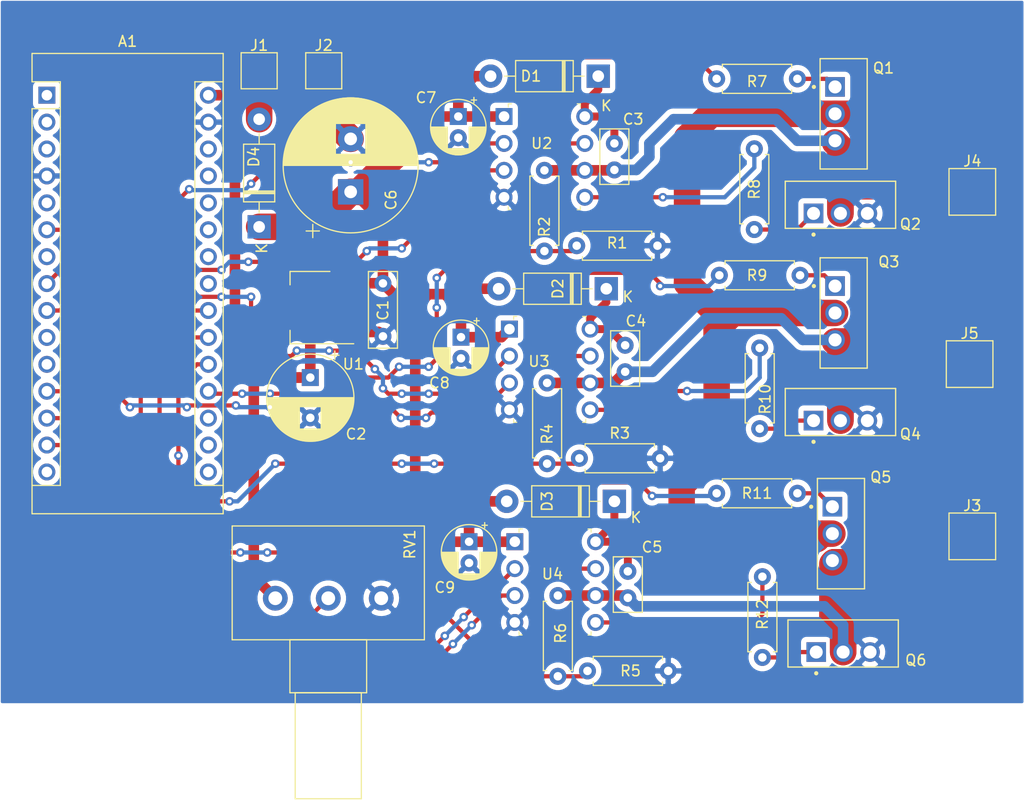
<source format=kicad_pcb>
(kicad_pcb (version 20171130) (host pcbnew "(5.1.9)-1")
  (layers (0 F.Cu signal) (31 B.Cu signal) (34 B.Paste user) (35 F.Paste user) (36 B.SilkS user) (37 F.SilkS user) (38 B.Mask user) (39 F.Mask user) (44 Edge.Cuts user))
  (net 0 "")
  (net 1 "Net-(A1-Pad1)")
  (net 2 "Net-(A1-Pad17)")
  (net 3 "Net-(A1-Pad2)")
  (net 4 "Net-(A1-Pad18)")
  (net 5 "Net-(A1-Pad3)")
  (net 6 A0)
  (net 7 GND)
  (net 8 A1)
  (net 9 "Net-(A1-Pad5)")
  (net 10 A2)
  (net 11 PIN3)
  (net 12 A3)
  (net 13 "Net-(A1-Pad7)")
  (net 14 "Net-(A1-Pad23)")
  (net 15 PIN5)
  (net 16 "Net-(A1-Pad24)")
  (net 17 PIN6)
  (net 18 "Net-(A1-Pad25)")
  (net 19 "Net-(A1-Pad10)")
  (net 20 "Net-(A1-Pad26)")
  (net 21 "Net-(A1-Pad11)")
  (net 22 "Net-(A1-Pad27)")
  (net 23 PIN9)
  (net 24 "Net-(A1-Pad28)")
  (net 25 PIN10)
  (net 26 PIN11)
  (net 27 +5V)
  (net 28 "Net-(A1-Pad15)")
  (net 29 "Net-(A1-Pad16)")
  (net 30 +12V)
  (net 31 "Net-(C3-Pad1)")
  (net 32 BEMFA)
  (net 33 BEMFB)
  (net 34 "Net-(C4-Pad1)")
  (net 35 "Net-(C5-Pad1)")
  (net 36 BEMFC)
  (net 37 "Net-(Q1-Pad1)")
  (net 38 "Net-(Q2-Pad1)")
  (net 39 "Net-(Q3-Pad1)")
  (net 40 "Net-(Q4-Pad1)")
  (net 41 "Net-(Q5-Pad1)")
  (net 42 "Net-(Q6-Pad1)")
  (net 43 "Net-(R8-Pad1)")
  (net 44 "Net-(R9-Pad1)")
  (net 45 "Net-(R10-Pad1)")
  (net 46 "Net-(R11-Pad1)")
  (net 47 "Net-(R12-Pad1)")
  (net 48 "Net-(R7-Pad1)")
  (net 49 +12VA)
  (module Module:Arduino_Nano (layer F.Cu) (at 108.489001 79.777001)
    (fp_text reference A1 (at 7.62 -5.08) (layer F.SilkS))
    (fp_text value Arduino_Nano_v3.x)
    (pad 1 thru_hole rect (at 0 0) (size 1.6 1.6) (drill 1) (layers *.Cu *.Mask) (net 1 "Net-(A1-Pad1)"))
    (pad 17 thru_hole oval (at 15.24 33.02) (size 1.6 1.6) (drill 1) (layers *.Cu *.Mask) (net 2 "Net-(A1-Pad17)"))
    (pad 2 thru_hole oval (at 0 2.54) (size 1.6 1.6) (drill 1) (layers *.Cu *.Mask) (net 3 "Net-(A1-Pad2)"))
    (pad 18 thru_hole oval (at 15.24 30.48) (size 1.6 1.6) (drill 1) (layers *.Cu *.Mask) (net 4 "Net-(A1-Pad18)"))
    (pad 3 thru_hole oval (at 0 5.08) (size 1.6 1.6) (drill 1) (layers *.Cu *.Mask) (net 5 "Net-(A1-Pad3)"))
    (pad 19 thru_hole oval (at 15.24 27.94) (size 1.6 1.6) (drill 1) (layers *.Cu *.Mask) (net 6 A0))
    (pad 4 thru_hole oval (at 0 7.62) (size 1.6 1.6) (drill 1) (layers *.Cu *.Mask) (net 7 GND))
    (pad 20 thru_hole oval (at 15.24 25.4) (size 1.6 1.6) (drill 1) (layers *.Cu *.Mask) (net 8 A1))
    (pad 5 thru_hole oval (at 0 10.16) (size 1.6 1.6) (drill 1) (layers *.Cu *.Mask) (net 9 "Net-(A1-Pad5)"))
    (pad 21 thru_hole oval (at 15.24 22.86) (size 1.6 1.6) (drill 1) (layers *.Cu *.Mask) (net 10 A2))
    (pad 6 thru_hole oval (at 0 12.7) (size 1.6 1.6) (drill 1) (layers *.Cu *.Mask) (net 11 PIN3))
    (pad 22 thru_hole oval (at 15.24 20.32) (size 1.6 1.6) (drill 1) (layers *.Cu *.Mask) (net 12 A3))
    (pad 7 thru_hole oval (at 0 15.24) (size 1.6 1.6) (drill 1) (layers *.Cu *.Mask) (net 13 "Net-(A1-Pad7)"))
    (pad 23 thru_hole oval (at 15.24 17.78) (size 1.6 1.6) (drill 1) (layers *.Cu *.Mask) (net 14 "Net-(A1-Pad23)"))
    (pad 8 thru_hole oval (at 0 17.78) (size 1.6 1.6) (drill 1) (layers *.Cu *.Mask) (net 15 PIN5))
    (pad 24 thru_hole oval (at 15.24 15.24) (size 1.6 1.6) (drill 1) (layers *.Cu *.Mask) (net 16 "Net-(A1-Pad24)"))
    (pad 9 thru_hole oval (at 0 20.32) (size 1.6 1.6) (drill 1) (layers *.Cu *.Mask) (net 17 PIN6))
    (pad 25 thru_hole oval (at 15.24 12.7) (size 1.6 1.6) (drill 1) (layers *.Cu *.Mask) (net 18 "Net-(A1-Pad25)"))
    (pad 10 thru_hole oval (at 0 22.86) (size 1.6 1.6) (drill 1) (layers *.Cu *.Mask) (net 19 "Net-(A1-Pad10)"))
    (pad 26 thru_hole oval (at 15.24 10.16) (size 1.6 1.6) (drill 1) (layers *.Cu *.Mask) (net 20 "Net-(A1-Pad26)"))
    (pad 11 thru_hole oval (at 0 25.4) (size 1.6 1.6) (drill 1) (layers *.Cu *.Mask) (net 21 "Net-(A1-Pad11)"))
    (pad 27 thru_hole oval (at 15.24 7.62) (size 1.6 1.6) (drill 1) (layers *.Cu *.Mask) (net 22 "Net-(A1-Pad27)"))
    (pad 12 thru_hole oval (at 0 27.94) (size 1.6 1.6) (drill 1) (layers *.Cu *.Mask) (net 23 PIN9))
    (pad 28 thru_hole oval (at 15.24 5.08) (size 1.6 1.6) (drill 1) (layers *.Cu *.Mask) (net 24 "Net-(A1-Pad28)"))
    (pad 13 thru_hole oval (at 0 30.48) (size 1.6 1.6) (drill 1) (layers *.Cu *.Mask) (net 25 PIN10))
    (pad 29 thru_hole oval (at 15.24 2.54) (size 1.6 1.6) (drill 1) (layers *.Cu *.Mask) (net 7 GND))
    (pad 14 thru_hole oval (at 0 33.02) (size 1.6 1.6) (drill 1) (layers *.Cu *.Mask) (net 26 PIN11))
    (pad 30 thru_hole oval (at 15.24 0) (size 1.6 1.6) (drill 1) (layers *.Cu *.Mask) (net 27 +5V))
    (pad 15 thru_hole oval (at 0 35.56) (size 1.6 1.6) (drill 1) (layers *.Cu *.Mask) (net 28 "Net-(A1-Pad15)"))
    (pad 16 thru_hole oval (at 15.24 35.56) (size 1.6 1.6) (drill 1) (layers *.Cu *.Mask) (net 29 "Net-(A1-Pad16)"))
  )
  (module digikey-footprints:DIP-8_W7.62mm (layer F.Cu) (at 152.146 101.854)
    (fp_text reference U3 (at 2.794 3.048) (layer F.SilkS))
    (fp_text value IR2301)
    (pad 1 thru_hole rect (at 0 0) (size 1.6 1.6) (drill 1) (layers *.Cu *.Mask) (net 49 +12VA))
    (pad 2 thru_hole circle (at 0 2.54) (size 1.6 1.6) (drill 1) (layers *.Cu *.Mask) (net 17 PIN6))
    (pad 3 thru_hole circle (at 0 5.08) (size 1.6 1.6) (drill 1) (layers *.Cu *.Mask) (net 23 PIN9))
    (pad 4 thru_hole circle (at 0 7.62) (size 1.6 1.6) (drill 1) (layers *.Cu *.Mask) (net 7 GND))
    (pad 5 thru_hole circle (at 7.62 7.62) (size 1.6 1.6) (drill 1) (layers *.Cu *.Mask) (net 45 "Net-(R10-Pad1)"))
    (pad 6 thru_hole circle (at 7.62 5.08) (size 1.6 1.6) (drill 1) (layers *.Cu *.Mask) (net 33 BEMFB))
    (pad 7 thru_hole circle (at 7.62 2.54) (size 1.6 1.6) (drill 1) (layers *.Cu *.Mask) (net 44 "Net-(R9-Pad1)"))
    (pad 8 thru_hole circle (at 7.62 0) (size 1.6 1.6) (drill 1) (layers *.Cu *.Mask) (net 34 "Net-(C4-Pad1)"))
  )
  (module Diode_THT:D_DO-41_SOD81_P10.16mm_Horizontal (layer F.Cu) (at 128.524 92.202 90)
    (fp_text reference D4 (at 6.604 -0.508 90) (layer F.SilkS))
    (fp_text value 1N4001)
    (fp_text user K (at -2.032 0.254 90) (layer F.SilkS))
    (pad 2 thru_hole oval (at 10.16 0 90) (size 2.2 2.2) (drill 1.1) (layers *.Cu *.Mask) (net 30 +12V))
    (pad 1 thru_hole rect (at 0 0 90) (size 2.2 2.2) (drill 1.1) (layers *.Cu *.Mask) (net 49 +12VA))
  )
  (module Capacitor_THT:C_Disc_D7.0mm_W2.5mm_P5.00mm (layer F.Cu) (at 140.208 97.536 270)
    (fp_text reference C1 (at 2.54 0 90) (layer F.SilkS))
    (fp_text value 10uF)
    (pad 1 thru_hole circle (at 0 0 270) (size 1.6 1.6) (drill 0.8) (layers *.Cu *.Mask) (net 49 +12VA))
    (pad 2 thru_hole circle (at 5 0 270) (size 1.6 1.6) (drill 0.8) (layers *.Cu *.Mask) (net 7 GND))
  )
  (module Capacitor_THT:CP_Radial_D8.0mm_P3.80mm (layer F.Cu) (at 133.35 106.426 270)
    (fp_text reference C2 (at 5.334 -4.318 180) (layer F.SilkS))
    (fp_text value 100uF)
    (pad 1 thru_hole rect (at 0 0 270) (size 1.6 1.6) (drill 0.8) (layers *.Cu *.Mask) (net 27 +5V))
    (pad 2 thru_hole circle (at 3.8 0 270) (size 1.6 1.6) (drill 0.8) (layers *.Cu *.Mask) (net 7 GND))
  )
  (module Capacitor_THT:C_Disc_D5.0mm_W2.5mm_P2.50mm (layer F.Cu) (at 162.052 84.328 270)
    (fp_text reference C3 (at -2.286 -1.778 180) (layer F.SilkS))
    (fp_text value 0.1uF)
    (pad 1 thru_hole circle (at 0 0 270) (size 1.6 1.6) (drill 0.8) (layers *.Cu *.Mask) (net 31 "Net-(C3-Pad1)"))
    (pad 2 thru_hole circle (at 2.5 0 270) (size 1.6 1.6) (drill 0.8) (layers *.Cu *.Mask) (net 32 BEMFA))
  )
  (module Capacitor_THT:C_Disc_D5.0mm_W2.5mm_P2.50mm (layer F.Cu) (at 163.068 103.378 270)
    (fp_text reference C4 (at -2.286 -1.016 180) (layer F.SilkS))
    (fp_text value 0.1uF)
    (pad 2 thru_hole circle (at 2.5 0 270) (size 1.6 1.6) (drill 0.8) (layers *.Cu *.Mask) (net 33 BEMFB))
    (pad 1 thru_hole circle (at 0 0 270) (size 1.6 1.6) (drill 0.8) (layers *.Cu *.Mask) (net 34 "Net-(C4-Pad1)"))
  )
  (module Capacitor_THT:C_Disc_D5.0mm_W2.5mm_P2.50mm (layer F.Cu) (at 163.322 124.714 270)
    (fp_text reference C5 (at -2.286 -2.286 180) (layer F.SilkS))
    (fp_text value 0.1uF)
    (pad 1 thru_hole circle (at 0 0 270) (size 1.6 1.6) (drill 0.8) (layers *.Cu *.Mask) (net 35 "Net-(C5-Pad1)"))
    (pad 2 thru_hole circle (at 2.5 0 270) (size 1.6 1.6) (drill 0.8) (layers *.Cu *.Mask) (net 36 BEMFC))
  )
  (module Capacitor_THT:CP_Radial_D12.5mm_P5.00mm (layer F.Cu) (at 137.16 88.9 90)
    (fp_text reference C6 (at -0.762 3.81 90) (layer F.SilkS))
    (fp_text value 470uF)
    (pad 1 thru_hole rect (at 0 0 90) (size 2.4 2.4) (drill 1.2) (layers *.Cu *.Mask) (net 49 +12VA))
    (pad 2 thru_hole circle (at 5 0 90) (size 2.4 2.4) (drill 1.2) (layers *.Cu *.Mask) (net 7 GND))
  )
  (module Capacitor_THT:CP_Radial_D5.0mm_P2.00mm (layer F.Cu) (at 147.32 81.788 270)
    (fp_text reference C7 (at -1.778 3.048 180) (layer F.SilkS))
    (fp_text value 22uF)
    (pad 1 thru_hole rect (at 0 0 270) (size 1.6 1.6) (drill 0.8) (layers *.Cu *.Mask) (net 49 +12VA))
    (pad 2 thru_hole circle (at 2 0 270) (size 1.6 1.6) (drill 0.8) (layers *.Cu *.Mask) (net 7 GND))
  )
  (module Capacitor_THT:CP_Radial_D5.0mm_P2.00mm (layer F.Cu) (at 147.574 102.616 270)
    (fp_text reference C8 (at 4.318 2.032 180) (layer F.SilkS))
    (fp_text value 22uF)
    (pad 2 thru_hole circle (at 2 0 270) (size 1.6 1.6) (drill 0.8) (layers *.Cu *.Mask) (net 7 GND))
    (pad 1 thru_hole rect (at 0 0 270) (size 1.6 1.6) (drill 0.8) (layers *.Cu *.Mask) (net 49 +12VA))
  )
  (module Capacitor_THT:CP_Radial_D5.0mm_P2.00mm (layer F.Cu) (at 148.336 121.92 270)
    (fp_text reference C9 (at 4.318 2.286 180) (layer F.SilkS))
    (fp_text value 22uF)
    (pad 1 thru_hole rect (at 0 0 270) (size 1.6 1.6) (drill 0.8) (layers *.Cu *.Mask) (net 49 +12VA))
    (pad 2 thru_hole circle (at 2 0 270) (size 1.6 1.6) (drill 0.8) (layers *.Cu *.Mask) (net 7 GND))
  )
  (module Diode_THT:D_DO-41_SOD81_P10.16mm_Horizontal (layer F.Cu) (at 160.528 77.978 180)
    (fp_text reference D1 (at 6.35 0) (layer F.SilkS))
    (fp_text value 1N4001)
    (fp_text user K (at -0.762 -2.794) (layer F.SilkS))
    (pad 1 thru_hole rect (at 0 0 180) (size 2.2 2.2) (drill 1.1) (layers *.Cu *.Mask) (net 31 "Net-(C3-Pad1)"))
    (pad 2 thru_hole oval (at 10.16 0 180) (size 2.2 2.2) (drill 1.1) (layers *.Cu *.Mask) (net 49 +12VA))
  )
  (module Diode_THT:D_DO-41_SOD81_P10.16mm_Horizontal (layer F.Cu) (at 161.29 98.044 180)
    (fp_text reference D2 (at 4.572 0 90) (layer F.SilkS))
    (fp_text value 1N4001)
    (fp_text user K (at -2.032 -0.762) (layer F.SilkS))
    (pad 1 thru_hole rect (at 0 0 180) (size 2.2 2.2) (drill 1.1) (layers *.Cu *.Mask) (net 34 "Net-(C4-Pad1)"))
    (pad 2 thru_hole oval (at 10.16 0 180) (size 2.2 2.2) (drill 1.1) (layers *.Cu *.Mask) (net 49 +12VA))
  )
  (module Diode_THT:D_DO-41_SOD81_P10.16mm_Horizontal (layer F.Cu) (at 162.052 118.11 180)
    (fp_text reference D3 (at 6.35 0 90) (layer F.SilkS))
    (fp_text value 1N4001)
    (fp_text user K (at -2.032 -1.524) (layer F.SilkS))
    (pad 2 thru_hole oval (at 10.16 0 180) (size 2.2 2.2) (drill 1.1) (layers *.Cu *.Mask) (net 49 +12VA))
    (pad 1 thru_hole rect (at 0 0 180) (size 2.2 2.2) (drill 1.1) (layers *.Cu *.Mask) (net 35 "Net-(C5-Pad1)"))
  )
  (module TestPoint:TestPoint_Pad_3.0x3.0mm (layer F.Cu) (at 128.524 77.47)
    (fp_text reference J1 (at 0 -2.398) (layer F.SilkS))
    (fp_text value Conn_01x01)
    (pad 1 smd rect (at 0 0) (size 3 3) (layers F.Cu F.Mask) (net 30 +12V))
  )
  (module TestPoint:TestPoint_Pad_3.0x3.0mm (layer F.Cu) (at 134.62 77.47)
    (fp_text reference J2 (at 0 -2.398) (layer F.SilkS))
    (fp_text value Conn_01x01)
    (pad 1 smd rect (at 0 0) (size 3 3) (layers F.Cu F.Mask) (net 7 GND))
  )
  (module TestPoint:TestPoint_Pad_4.0x4.0mm (layer F.Cu) (at 195.834 121.412)
    (fp_text reference J3 (at 0 -2.898) (layer F.SilkS))
    (fp_text value C)
    (pad 1 smd rect (at 0 0) (size 4 4) (layers F.Cu F.Mask) (net 36 BEMFC))
  )
  (module TestPoint:TestPoint_Pad_4.0x4.0mm (layer F.Cu) (at 195.834 88.9)
    (fp_text reference J4 (at 0 -2.898) (layer F.SilkS))
    (fp_text value A)
    (pad 1 smd rect (at 0 0) (size 4 4) (layers F.Cu F.Mask) (net 32 BEMFA))
  )
  (module TestPoint:TestPoint_Pad_4.0x4.0mm (layer F.Cu) (at 195.58 105.156)
    (fp_text reference J5 (at 0 -2.898) (layer F.SilkS))
    (fp_text value B)
    (pad 1 smd rect (at 0 0) (size 4 4) (layers F.Cu F.Mask) (net 33 BEMFB))
  )
  (module IRF3205:TO254P1041X444X2933-3 (layer F.Cu) (at 182.88 78.994 270)
    (fp_text reference Q1 (at -1.778 -4.572 180) (layer F.SilkS))
    (fp_text value IRF3205)
    (pad 3 thru_hole circle (at 5.08 0 270) (size 1.85 1.85) (drill 1.23) (layers *.Cu *.Mask) (net 32 BEMFA))
    (pad 2 thru_hole circle (at 2.54 0 270) (size 1.85 1.85) (drill 1.23) (layers *.Cu *.Mask) (net 49 +12VA))
    (pad 1 thru_hole rect (at 0 0 270) (size 1.85 1.85) (drill 1.23) (layers *.Cu *.Mask) (net 37 "Net-(Q1-Pad1)"))
  )
  (module IRF3205:TO254P1041X444X2933-3 (layer F.Cu) (at 180.848 90.932)
    (fp_text reference Q2 (at 9.144 1.016) (layer F.SilkS))
    (fp_text value IRF3205)
    (pad 1 thru_hole rect (at 0 0) (size 1.85 1.85) (drill 1.23) (layers *.Cu *.Mask) (net 38 "Net-(Q2-Pad1)"))
    (pad 2 thru_hole circle (at 2.54 0) (size 1.85 1.85) (drill 1.23) (layers *.Cu *.Mask) (net 32 BEMFA))
    (pad 3 thru_hole circle (at 5.08 0) (size 1.85 1.85) (drill 1.23) (layers *.Cu *.Mask) (net 7 GND))
  )
  (module IRF3205:TO254P1041X444X2933-3 (layer F.Cu) (at 182.88 97.79 270)
    (fp_text reference Q3 (at -2.286 -5.08 180) (layer F.SilkS))
    (fp_text value IRF3205)
    (pad 1 thru_hole rect (at 0 0 270) (size 1.85 1.85) (drill 1.23) (layers *.Cu *.Mask) (net 39 "Net-(Q3-Pad1)"))
    (pad 2 thru_hole circle (at 2.54 0 270) (size 1.85 1.85) (drill 1.23) (layers *.Cu *.Mask) (net 49 +12VA))
    (pad 3 thru_hole circle (at 5.08 0 270) (size 1.85 1.85) (drill 1.23) (layers *.Cu *.Mask) (net 33 BEMFB))
  )
  (module IRF3205:TO254P1041X444X2933-3 (layer F.Cu) (at 180.848 110.49)
    (fp_text reference Q4 (at 9.144 1.27) (layer F.SilkS))
    (fp_text value IRF3205)
    (pad 3 thru_hole circle (at 5.08 0) (size 1.85 1.85) (drill 1.23) (layers *.Cu *.Mask) (net 7 GND))
    (pad 2 thru_hole circle (at 2.54 0) (size 1.85 1.85) (drill 1.23) (layers *.Cu *.Mask) (net 33 BEMFB))
    (pad 1 thru_hole rect (at 0 0) (size 1.85 1.85) (drill 1.23) (layers *.Cu *.Mask) (net 40 "Net-(Q4-Pad1)"))
  )
  (module IRF3205:TO254P1041X444X2933-3 (layer F.Cu) (at 182.626 118.618 270)
    (fp_text reference Q5 (at -2.794 -4.572 180) (layer F.SilkS))
    (fp_text value IRF3205)
    (pad 1 thru_hole rect (at 0 0 270) (size 1.85 1.85) (drill 1.23) (layers *.Cu *.Mask) (net 41 "Net-(Q5-Pad1)"))
    (pad 2 thru_hole circle (at 2.54 0 270) (size 1.85 1.85) (drill 1.23) (layers *.Cu *.Mask) (net 49 +12VA))
    (pad 3 thru_hole circle (at 5.08 0 270) (size 1.85 1.85) (drill 1.23) (layers *.Cu *.Mask) (net 36 BEMFC))
  )
  (module IRF3205:TO254P1041X444X2933-3 (layer F.Cu) (at 181.102 132.334)
    (fp_text reference Q6 (at 9.398 0.762) (layer F.SilkS))
    (fp_text value IRF3205)
    (pad 3 thru_hole circle (at 5.08 0) (size 1.85 1.85) (drill 1.23) (layers *.Cu *.Mask) (net 7 GND))
    (pad 2 thru_hole circle (at 2.54 0) (size 1.85 1.85) (drill 1.23) (layers *.Cu *.Mask) (net 36 BEMFC))
    (pad 1 thru_hole rect (at 0 0) (size 1.85 1.85) (drill 1.23) (layers *.Cu *.Mask) (net 42 "Net-(Q6-Pad1)"))
  )
  (module Resistor_THT:R_Axial_DIN0207_L6.3mm_D2.5mm_P7.62mm_Horizontal (layer F.Cu) (at 158.496 93.98)
    (fp_text reference R1 (at 3.81 -0.254) (layer F.SilkS))
    (fp_text value 10k)
    (pad 1 thru_hole circle (at 0 0) (size 1.6 1.6) (drill 0.8) (layers *.Cu *.Mask) (net 6 A0))
    (pad 2 thru_hole oval (at 7.62 0) (size 1.6 1.6) (drill 0.8) (layers *.Cu *.Mask) (net 7 GND))
  )
  (module Resistor_THT:R_Axial_DIN0207_L6.3mm_D2.5mm_P7.62mm_Horizontal (layer F.Cu) (at 155.448 86.868 270)
    (fp_text reference R2 (at 5.334 0 90) (layer F.SilkS))
    (fp_text value 33k)
    (pad 1 thru_hole circle (at 0 0 270) (size 1.6 1.6) (drill 0.8) (layers *.Cu *.Mask) (net 32 BEMFA))
    (pad 2 thru_hole oval (at 7.62 0 270) (size 1.6 1.6) (drill 0.8) (layers *.Cu *.Mask) (net 6 A0))
  )
  (module Resistor_THT:R_Axial_DIN0207_L6.3mm_D2.5mm_P7.62mm_Horizontal (layer F.Cu) (at 158.75 114.046)
    (fp_text reference R3 (at 3.81 -2.37) (layer F.SilkS))
    (fp_text value 10k)
    (pad 2 thru_hole oval (at 7.62 0) (size 1.6 1.6) (drill 0.8) (layers *.Cu *.Mask) (net 7 GND))
    (pad 1 thru_hole circle (at 0 0) (size 1.6 1.6) (drill 0.8) (layers *.Cu *.Mask) (net 8 A1))
  )
  (module Resistor_THT:R_Axial_DIN0207_L6.3mm_D2.5mm_P7.62mm_Horizontal (layer F.Cu) (at 155.702 106.934 270)
    (fp_text reference R4 (at 4.826 0 90) (layer F.SilkS))
    (fp_text value 33k)
    (pad 2 thru_hole oval (at 7.62 0 270) (size 1.6 1.6) (drill 0.8) (layers *.Cu *.Mask) (net 8 A1))
    (pad 1 thru_hole circle (at 0 0 270) (size 1.6 1.6) (drill 0.8) (layers *.Cu *.Mask) (net 33 BEMFB))
  )
  (module Resistor_THT:R_Axial_DIN0207_L6.3mm_D2.5mm_P7.62mm_Horizontal (layer F.Cu) (at 159.512 134.112)
    (fp_text reference R5 (at 4.064 0) (layer F.SilkS))
    (fp_text value 10k)
    (pad 1 thru_hole circle (at 0 0) (size 1.6 1.6) (drill 0.8) (layers *.Cu *.Mask) (net 10 A2))
    (pad 2 thru_hole oval (at 7.62 0) (size 1.6 1.6) (drill 0.8) (layers *.Cu *.Mask) (net 7 GND))
  )
  (module Resistor_THT:R_Axial_DIN0207_L6.3mm_D2.5mm_P7.62mm_Horizontal (layer F.Cu) (at 156.718 127 270)
    (fp_text reference R6 (at 3.556 -0.254 90) (layer F.SilkS))
    (fp_text value 33k)
    (pad 1 thru_hole circle (at 0 0 270) (size 1.6 1.6) (drill 0.8) (layers *.Cu *.Mask) (net 36 BEMFC))
    (pad 2 thru_hole oval (at 7.62 0 270) (size 1.6 1.6) (drill 0.8) (layers *.Cu *.Mask) (net 10 A2))
  )
  (module Resistor_THT:R_Axial_DIN0207_L6.3mm_D2.5mm_P7.62mm_Horizontal (layer F.Cu) (at 171.704 78.232)
    (fp_text reference R7 (at 3.81 0.254) (layer F.SilkS))
    (fp_text value "100 ")
    (pad 2 thru_hole oval (at 7.62 0) (size 1.6 1.6) (drill 0.8) (layers *.Cu *.Mask) (net 37 "Net-(Q1-Pad1)"))
    (pad 1 thru_hole circle (at 0 0) (size 1.6 1.6) (drill 0.8) (layers *.Cu *.Mask) (net 48 "Net-(R7-Pad1)"))
  )
  (module Resistor_THT:R_Axial_DIN0207_L6.3mm_D2.5mm_P7.62mm_Horizontal (layer F.Cu) (at 175.26 84.836 270)
    (fp_text reference R8 (at 3.81 0 90) (layer F.SilkS))
    (fp_text value "100 ")
    (pad 2 thru_hole oval (at 7.62 0 270) (size 1.6 1.6) (drill 0.8) (layers *.Cu *.Mask) (net 38 "Net-(Q2-Pad1)"))
    (pad 1 thru_hole circle (at 0 0 270) (size 1.6 1.6) (drill 0.8) (layers *.Cu *.Mask) (net 43 "Net-(R8-Pad1)"))
  )
  (module Resistor_THT:R_Axial_DIN0207_L6.3mm_D2.5mm_P7.62mm_Horizontal (layer F.Cu) (at 171.958 96.774)
    (fp_text reference R9 (at 3.556 0) (layer F.SilkS))
    (fp_text value "100 ")
    (pad 1 thru_hole circle (at 0 0) (size 1.6 1.6) (drill 0.8) (layers *.Cu *.Mask) (net 44 "Net-(R9-Pad1)"))
    (pad 2 thru_hole oval (at 7.62 0) (size 1.6 1.6) (drill 0.8) (layers *.Cu *.Mask) (net 39 "Net-(Q3-Pad1)"))
  )
  (module Resistor_THT:R_Axial_DIN0207_L6.3mm_D2.5mm_P7.62mm_Horizontal (layer F.Cu) (at 175.768 103.632 270)
    (fp_text reference R10 (at 4.826 -0.508 90) (layer F.SilkS))
    (fp_text value "100 ")
    (pad 2 thru_hole oval (at 7.62 0 270) (size 1.6 1.6) (drill 0.8) (layers *.Cu *.Mask) (net 40 "Net-(Q4-Pad1)"))
    (pad 1 thru_hole circle (at 0 0 270) (size 1.6 1.6) (drill 0.8) (layers *.Cu *.Mask) (net 45 "Net-(R10-Pad1)"))
  )
  (module Resistor_THT:R_Axial_DIN0207_L6.3mm_D2.5mm_P7.62mm_Horizontal (layer F.Cu) (at 171.704 117.348)
    (fp_text reference R11 (at 3.81 0) (layer F.SilkS))
    (fp_text value "100 ")
    (pad 1 thru_hole circle (at 0 0) (size 1.6 1.6) (drill 0.8) (layers *.Cu *.Mask) (net 46 "Net-(R11-Pad1)"))
    (pad 2 thru_hole oval (at 7.62 0) (size 1.6 1.6) (drill 0.8) (layers *.Cu *.Mask) (net 41 "Net-(Q5-Pad1)"))
  )
  (module Resistor_THT:R_Axial_DIN0207_L6.3mm_D2.5mm_P7.62mm_Horizontal (layer F.Cu) (at 176.022 125.222 270)
    (fp_text reference R12 (at 3.556 0 90) (layer F.SilkS))
    (fp_text value "100 ")
    (pad 2 thru_hole oval (at 7.62 0 270) (size 1.6 1.6) (drill 0.8) (layers *.Cu *.Mask) (net 42 "Net-(Q6-Pad1)"))
    (pad 1 thru_hole circle (at 0 0 270) (size 1.6 1.6) (drill 0.8) (layers *.Cu *.Mask) (net 47 "Net-(R12-Pad1)"))
  )
  (module Potentiometer_THT:Potentiometer_Alps_RK163_Single_Horizontal (layer F.Cu) (at 130.048 127.254 270)
    (fp_text reference RV1 (at -5.08 -12.7 90) (layer F.SilkS))
    (fp_text value R_POT)
    (pad 3 thru_hole circle (at 0 -10 270) (size 2.34 2.34) (drill 1.3) (layers *.Cu *.Mask) (net 7 GND))
    (pad 2 thru_hole circle (at 0 -5 270) (size 2.34 2.34) (drill 1.3) (layers *.Cu *.Mask) (net 12 A3))
    (pad 1 thru_hole circle (at 0 0 270) (size 2.34 2.34) (drill 1.3) (layers *.Cu *.Mask) (net 27 +5V))
  )
  (module Package_TO_SOT_SMD:SOT-223-3_TabPin2 (layer F.Cu) (at 133.35 99.822 180)
    (fp_text reference U1 (at -4.064 -5.334) (layer F.SilkS))
    (fp_text value AMS1117-5.0)
    (pad 2 smd rect (at 3.15 0 180) (size 2 3.8) (layers F.Cu F.Paste F.Mask) (net 27 +5V))
    (pad 2 smd rect (at -3.15 0 180) (size 2 1.5) (layers F.Cu F.Paste F.Mask) (net 27 +5V))
    (pad 3 smd rect (at -3.15 2.3 180) (size 2 1.5) (layers F.Cu F.Paste F.Mask) (net 49 +12VA))
    (pad 1 smd rect (at -3.15 -2.3 180) (size 2 1.5) (layers F.Cu F.Paste F.Mask) (net 7 GND))
  )
  (module digikey-footprints:DIP-8_W7.62mm (layer F.Cu) (at 151.638 81.788)
    (fp_text reference U2 (at 3.556 2.54) (layer F.SilkS))
    (fp_text value IR2301)
    (pad 1 thru_hole rect (at 0 0) (size 1.6 1.6) (drill 1) (layers *.Cu *.Mask) (net 49 +12VA))
    (pad 2 thru_hole circle (at 0 2.54) (size 1.6 1.6) (drill 1) (layers *.Cu *.Mask) (net 11 PIN3))
    (pad 3 thru_hole circle (at 0 5.08) (size 1.6 1.6) (drill 1) (layers *.Cu *.Mask) (net 15 PIN5))
    (pad 4 thru_hole circle (at 0 7.62) (size 1.6 1.6) (drill 1) (layers *.Cu *.Mask) (net 7 GND))
    (pad 5 thru_hole circle (at 7.62 7.62) (size 1.6 1.6) (drill 1) (layers *.Cu *.Mask) (net 43 "Net-(R8-Pad1)"))
    (pad 6 thru_hole circle (at 7.62 5.08) (size 1.6 1.6) (drill 1) (layers *.Cu *.Mask) (net 32 BEMFA))
    (pad 7 thru_hole circle (at 7.62 2.54) (size 1.6 1.6) (drill 1) (layers *.Cu *.Mask) (net 48 "Net-(R7-Pad1)"))
    (pad 8 thru_hole circle (at 7.62 0) (size 1.6 1.6) (drill 1) (layers *.Cu *.Mask) (net 31 "Net-(C3-Pad1)"))
  )
  (module digikey-footprints:DIP-8_W7.62mm (layer F.Cu) (at 152.654 121.92)
    (fp_text reference U4 (at 3.556 3.048 180) (layer F.SilkS))
    (fp_text value IR2301)
    (pad 8 thru_hole circle (at 7.62 0) (size 1.6 1.6) (drill 1) (layers *.Cu *.Mask) (net 35 "Net-(C5-Pad1)"))
    (pad 7 thru_hole circle (at 7.62 2.54) (size 1.6 1.6) (drill 1) (layers *.Cu *.Mask) (net 46 "Net-(R11-Pad1)"))
    (pad 6 thru_hole circle (at 7.62 5.08) (size 1.6 1.6) (drill 1) (layers *.Cu *.Mask) (net 36 BEMFC))
    (pad 5 thru_hole circle (at 7.62 7.62) (size 1.6 1.6) (drill 1) (layers *.Cu *.Mask) (net 47 "Net-(R12-Pad1)"))
    (pad 4 thru_hole circle (at 0 7.62) (size 1.6 1.6) (drill 1) (layers *.Cu *.Mask) (net 7 GND))
    (pad 3 thru_hole circle (at 0 5.08) (size 1.6 1.6) (drill 1) (layers *.Cu *.Mask) (net 26 PIN11))
    (pad 2 thru_hole circle (at 0 2.54) (size 1.6 1.6) (drill 1) (layers *.Cu *.Mask) (net 25 PIN10))
    (pad 1 thru_hole rect (at 0 0) (size 1.6 1.6) (drill 1) (layers *.Cu *.Mask) (net 49 +12VA))
  )
  (segment (start 157.988 94.488) (end 158.496 93.98) (width 0.4) (layer F.Cu) (net 6))
  (segment (start 155.448 94.488) (end 157.988 94.488) (width 0.4) (layer F.Cu) (net 6))
  (via (at 145.288 99.822) (size 0.8) (drill 0.4) (layers F.Cu B.Cu) (net 6))
  (segment (start 140.716 106.426) (end 141.732 105.41) (width 0.4) (layer F.Cu) (net 6))
  (segment (start 138.43 106.426) (end 140.716 106.426) (width 0.4) (layer F.Cu) (net 6))
  (via (at 145.288 97.028) (size 0.8) (drill 0.4) (layers F.Cu B.Cu) (net 6))
  (segment (start 147.828 94.488) (end 145.288 97.028) (width 0.4) (layer F.Cu) (net 6))
  (segment (start 155.448 94.488) (end 147.828 94.488) (width 0.4) (layer F.Cu) (net 6))
  (segment (start 145.288 97.028) (end 145.288 99.822) (width 0.4) (layer B.Cu) (net 6))
  (segment (start 145.288 104.648) (end 144.526 105.41) (width 0.4) (layer F.Cu) (net 6))
  (via (at 144.526 105.41) (size 0.8) (drill 0.4) (layers F.Cu B.Cu) (net 6))
  (segment (start 145.288 99.822) (end 145.288 104.648) (width 0.4) (layer F.Cu) (net 6))
  (via (at 141.732 105.41) (size 0.8) (drill 0.4) (layers F.Cu B.Cu) (net 6))
  (segment (start 144.526 105.41) (end 141.732 105.41) (width 0.4) (layer B.Cu) (net 6))
  (segment (start 138.43 106.426) (end 136.906 106.426) (width 0.4) (layer F.Cu) (net 6))
  (via (at 129.54 107.95) (size 0.8) (drill 0.4) (layers F.Cu B.Cu) (net 6))
  (segment (start 135.382 107.95) (end 129.54 107.95) (width 0.4) (layer F.Cu) (net 6))
  (segment (start 136.906 106.426) (end 135.382 107.95) (width 0.4) (layer F.Cu) (net 6))
  (segment (start 129.54 107.95) (end 127 107.95) (width 0.4) (layer B.Cu) (net 6))
  (via (at 126.916 107.95) (size 0.8) (drill 0.4) (layers F.Cu B.Cu) (net 6))
  (segment (start 127 107.95) (end 126.916 107.95) (width 0.4) (layer B.Cu) (net 6))
  (segment (start 123.962 107.95) (end 123.729001 107.717001) (width 0.4) (layer F.Cu) (net 6))
  (segment (start 126.916 107.95) (end 123.962 107.95) (width 0.4) (layer F.Cu) (net 6))
  (segment (start 134.62 81.36) (end 137.16 83.9) (width 2.5) (layer F.Cu) (net 7))
  (segment (start 134.62 77.47) (end 134.62 81.36) (width 2.5) (layer F.Cu) (net 7))
  (segment (start 139.794 102.122) (end 140.208 102.536) (width 1) (layer F.Cu) (net 7))
  (segment (start 136.5 102.122) (end 139.794 102.122) (width 1) (layer F.Cu) (net 7))
  (segment (start 158.242 114.554) (end 158.75 114.046) (width 0.4) (layer F.Cu) (net 8))
  (segment (start 155.702 114.554) (end 158.242 114.554) (width 0.4) (layer F.Cu) (net 8))
  (via (at 120.904 113.792) (size 0.8) (drill 0.4) (layers F.Cu B.Cu) (net 8))
  (segment (start 120.904 113.792) (end 120.904 106.934) (width 0.4) (layer F.Cu) (net 8))
  (segment (start 122.660999 105.177001) (end 123.729001 105.177001) (width 0.4) (layer F.Cu) (net 8))
  (segment (start 120.904 106.934) (end 122.660999 105.177001) (width 0.4) (layer F.Cu) (net 8))
  (via (at 145.034 114.554) (size 0.8) (drill 0.4) (layers F.Cu B.Cu) (net 8))
  (segment (start 155.702 114.554) (end 145.034 114.554) (width 0.4) (layer F.Cu) (net 8))
  (via (at 141.986 114.554) (size 0.8) (drill 0.4) (layers F.Cu B.Cu) (net 8))
  (segment (start 145.034 114.554) (end 141.986 114.554) (width 0.4) (layer B.Cu) (net 8))
  (via (at 130.048 114.554) (size 0.8) (drill 0.4) (layers F.Cu B.Cu) (net 8))
  (segment (start 141.986 114.554) (end 130.048 114.554) (width 0.4) (layer F.Cu) (net 8))
  (via (at 125.73 118.11) (size 0.8) (drill 0.4) (layers F.Cu B.Cu) (net 8))
  (segment (start 126.492 118.11) (end 125.73 118.11) (width 0.4) (layer B.Cu) (net 8))
  (segment (start 130.048 114.554) (end 126.492 118.11) (width 0.4) (layer B.Cu) (net 8))
  (segment (start 125.73 118.11) (end 121.92 118.11) (width 0.4) (layer F.Cu) (net 8))
  (segment (start 120.904 117.094) (end 120.904 113.792) (width 0.4) (layer F.Cu) (net 8))
  (segment (start 121.92 118.11) (end 120.904 117.094) (width 0.4) (layer F.Cu) (net 8))
  (segment (start 159.004 134.62) (end 159.512 134.112) (width 0.4) (layer F.Cu) (net 10))
  (segment (start 156.718 134.62) (end 159.004 134.62) (width 0.4) (layer F.Cu) (net 10))
  (segment (start 123.729001 102.637001) (end 120.374999 102.637001) (width 0.4) (layer F.Cu) (net 10))
  (segment (start 120.374999 102.637001) (end 119.126 103.886) (width 0.4) (layer F.Cu) (net 10))
  (via (at 126.746 122.936) (size 0.8) (drill 0.4) (layers F.Cu B.Cu) (net 10))
  (segment (start 119.126 118.618) (end 123.444 122.936) (width 0.4) (layer F.Cu) (net 10))
  (segment (start 119.126 103.886) (end 119.126 118.618) (width 0.4) (layer F.Cu) (net 10))
  (via (at 129.286 122.936) (size 0.8) (drill 0.4) (layers F.Cu B.Cu) (net 10))
  (segment (start 123.444 122.936) (end 126.746 122.936) (width 0.4) (layer F.Cu) (net 10))
  (segment (start 126.746 122.936) (end 129.286 122.936) (width 0.4) (layer B.Cu) (net 10))
  (segment (start 151.892 134.62) (end 156.718 134.62) (width 0.4) (layer F.Cu) (net 10))
  (segment (start 140.208 122.936) (end 151.892 134.62) (width 0.4) (layer F.Cu) (net 10))
  (segment (start 129.286 122.936) (end 140.208 122.936) (width 0.4) (layer F.Cu) (net 10))
  (segment (start 151.638 84.328) (end 150.114 84.328) (width 0.4) (layer F.Cu) (net 11))
  (segment (start 148.336 86.106) (end 144.526 86.106) (width 0.4) (layer F.Cu) (net 11))
  (via (at 144.526 86.106) (size 0.8) (drill 0.4) (layers F.Cu B.Cu) (net 11))
  (segment (start 150.114 84.328) (end 148.336 86.106) (width 0.4) (layer F.Cu) (net 11))
  (via (at 137.16 86.106) (size 0.8) (drill 0.4) (layers F.Cu B.Cu) (net 11))
  (segment (start 144.526 86.106) (end 137.16 86.106) (width 0.4) (layer B.Cu) (net 11))
  (via (at 127.762 88.138) (size 0.8) (drill 0.4) (layers F.Cu B.Cu) (net 11))
  (segment (start 129.794 86.106) (end 127.762 88.138) (width 0.4) (layer F.Cu) (net 11))
  (segment (start 137.16 86.106) (end 129.794 86.106) (width 0.4) (layer F.Cu) (net 11))
  (via (at 121.92 88.646) (size 0.8) (drill 0.4) (layers F.Cu B.Cu) (net 11))
  (segment (start 122.011 88.737) (end 121.92 88.646) (width 0.4) (layer B.Cu) (net 11))
  (segment (start 127.163 88.737) (end 122.011 88.737) (width 0.4) (layer B.Cu) (net 11))
  (segment (start 127.762 88.138) (end 127.163 88.737) (width 0.4) (layer B.Cu) (net 11))
  (segment (start 118.088999 92.477001) (end 108.489001 92.477001) (width 0.4) (layer F.Cu) (net 11))
  (segment (start 121.92 88.646) (end 118.088999 92.477001) (width 0.4) (layer F.Cu) (net 11))
  (segment (start 123.729001 100.097001) (end 119.866999 100.097001) (width 0.4) (layer F.Cu) (net 12))
  (segment (start 119.866999 100.097001) (end 117.348 102.616) (width 0.4) (layer F.Cu) (net 12))
  (segment (start 117.348 102.616) (end 117.348 125.73) (width 0.4) (layer F.Cu) (net 12))
  (segment (start 117.348 125.73) (end 123.19 131.572) (width 0.4) (layer F.Cu) (net 12))
  (segment (start 130.73 131.572) (end 135.048 127.254) (width 0.4) (layer F.Cu) (net 12))
  (segment (start 123.19 131.572) (end 130.73 131.572) (width 0.4) (layer F.Cu) (net 12))
  (via (at 141.986 94.234) (size 0.8) (drill 0.4) (layers F.Cu B.Cu) (net 15))
  (segment (start 149.352 86.868) (end 141.986 94.234) (width 0.4) (layer F.Cu) (net 15))
  (segment (start 151.638 86.868) (end 149.352 86.868) (width 0.4) (layer F.Cu) (net 15))
  (via (at 138.684 94.488) (size 0.8) (drill 0.4) (layers F.Cu B.Cu) (net 15))
  (segment (start 138.938 94.234) (end 138.684 94.488) (width 0.4) (layer B.Cu) (net 15))
  (segment (start 141.986 94.234) (end 138.938 94.234) (width 0.4) (layer B.Cu) (net 15))
  (via (at 127.508 95.504) (size 0.8) (drill 0.4) (layers F.Cu B.Cu) (net 15))
  (segment (start 137.668 95.504) (end 127.508 95.504) (width 0.4) (layer F.Cu) (net 15))
  (segment (start 138.684 94.488) (end 137.668 95.504) (width 0.4) (layer F.Cu) (net 15))
  (segment (start 125.73 95.504) (end 124.968 96.266) (width 0.4) (layer B.Cu) (net 15))
  (via (at 124.968 96.266) (size 0.8) (drill 0.4) (layers F.Cu B.Cu) (net 15))
  (segment (start 127.508 95.504) (end 125.73 95.504) (width 0.4) (layer B.Cu) (net 15))
  (segment (start 109.780002 96.266) (end 108.489001 97.557001) (width 0.4) (layer F.Cu) (net 15))
  (segment (start 124.968 96.266) (end 109.780002 96.266) (width 0.4) (layer F.Cu) (net 15))
  (segment (start 152.146 104.394) (end 148.59 107.95) (width 0.4) (layer F.Cu) (net 17))
  (via (at 144.526 107.95) (size 0.8) (drill 0.4) (layers F.Cu B.Cu) (net 17))
  (segment (start 148.59 107.95) (end 144.526 107.95) (width 0.4) (layer F.Cu) (net 17))
  (via (at 141.986 107.95) (size 0.8) (drill 0.4) (layers F.Cu B.Cu) (net 17))
  (segment (start 144.526 107.95) (end 141.986 107.95) (width 0.4) (layer B.Cu) (net 17))
  (via (at 140.208 107.442) (size 0.8) (drill 0.4) (layers F.Cu B.Cu) (net 17))
  (segment (start 140.716 107.95) (end 140.208 107.442) (width 0.4) (layer F.Cu) (net 17))
  (segment (start 141.986 107.95) (end 140.716 107.95) (width 0.4) (layer F.Cu) (net 17))
  (via (at 139.446 105.626) (size 0.8) (drill 0.4) (layers F.Cu B.Cu) (net 17))
  (segment (start 140.208 106.388) (end 139.446 105.626) (width 0.4) (layer B.Cu) (net 17))
  (segment (start 140.208 107.442) (end 140.208 106.388) (width 0.4) (layer B.Cu) (net 17))
  (via (at 135.128 103.886) (size 0.8) (drill 0.4) (layers F.Cu B.Cu) (net 17))
  (segment (start 137.706 103.886) (end 135.128 103.886) (width 0.4) (layer F.Cu) (net 17))
  (segment (start 139.446 105.626) (end 137.706 103.886) (width 0.4) (layer F.Cu) (net 17))
  (via (at 132.08 103.886) (size 0.8) (drill 0.4) (layers F.Cu B.Cu) (net 17))
  (segment (start 135.128 103.886) (end 132.08 103.886) (width 0.4) (layer B.Cu) (net 17))
  (via (at 127.762 98.806) (size 0.8) (drill 0.4) (layers F.Cu B.Cu) (net 17))
  (segment (start 128.524 104.394) (end 127.254 103.124) (width 0.4) (layer F.Cu) (net 17))
  (via (at 124.968 98.806) (size 0.8) (drill 0.4) (layers F.Cu B.Cu) (net 17))
  (segment (start 127.762 98.806) (end 124.968 98.806) (width 0.4) (layer B.Cu) (net 17))
  (segment (start 124.968 98.806) (end 110.998 98.806) (width 0.4) (layer F.Cu) (net 17))
  (segment (start 109.706999 100.097001) (end 108.489001 100.097001) (width 0.4) (layer F.Cu) (net 17))
  (segment (start 110.998 98.806) (end 109.706999 100.097001) (width 0.4) (layer F.Cu) (net 17))
  (segment (start 127.762 101.6) (end 127.762 98.806) (width 0.4) (layer F.Cu) (net 17))
  (segment (start 127.254 102.108) (end 127.762 101.6) (width 0.4) (layer F.Cu) (net 17))
  (segment (start 127.254 103.124) (end 127.254 102.108) (width 0.4) (layer F.Cu) (net 17))
  (segment (start 131.572 104.394) (end 132.08 103.886) (width 0.4) (layer F.Cu) (net 17))
  (segment (start 128.524 104.394) (end 131.572 104.394) (width 0.4) (layer F.Cu) (net 17))
  (via (at 116.332 109.22) (size 0.8) (drill 0.4) (layers F.Cu B.Cu) (net 23))
  (segment (start 114.829001 107.717001) (end 116.332 109.22) (width 0.4) (layer F.Cu) (net 23))
  (segment (start 108.489001 107.717001) (end 114.829001 107.717001) (width 0.4) (layer F.Cu) (net 23))
  (via (at 121.704 109.22) (size 0.8) (drill 0.4) (layers F.Cu B.Cu) (net 23))
  (segment (start 121.541 109.057) (end 121.704 109.22) (width 0.4) (layer B.Cu) (net 23))
  (segment (start 116.495 109.057) (end 121.541 109.057) (width 0.4) (layer B.Cu) (net 23))
  (segment (start 116.332 109.22) (end 116.495 109.057) (width 0.4) (layer B.Cu) (net 23))
  (segment (start 121.867 109.057) (end 126.329 109.057) (width 0.4) (layer F.Cu) (net 23))
  (segment (start 121.704 109.22) (end 121.867 109.057) (width 0.4) (layer F.Cu) (net 23))
  (via (at 126.329 109.057) (size 0.8) (drill 0.4) (layers F.Cu B.Cu) (net 23))
  (via (at 144.272 110.236) (size 0.8) (drill 0.4) (layers F.Cu B.Cu) (net 23))
  (via (at 141.902 110.236) (size 0.8) (drill 0.4) (layers F.Cu B.Cu) (net 23))
  (segment (start 144.272 110.236) (end 141.902 110.236) (width 0.4) (layer B.Cu) (net 23))
  (via (at 129.54 109.22) (size 0.8) (drill 0.4) (layers F.Cu B.Cu) (net 23))
  (segment (start 140.339999 108.750001) (end 130.009999 108.750001) (width 0.4) (layer F.Cu) (net 23))
  (segment (start 130.009999 108.750001) (end 129.54 109.22) (width 0.4) (layer F.Cu) (net 23))
  (segment (start 140.378 108.712) (end 140.339999 108.750001) (width 0.4) (layer F.Cu) (net 23))
  (segment (start 126.492 109.22) (end 126.329 109.057) (width 0.4) (layer B.Cu) (net 23))
  (segment (start 129.54 109.22) (end 126.492 109.22) (width 0.4) (layer B.Cu) (net 23))
  (segment (start 152.146 106.934) (end 149.352 109.728) (width 0.4) (layer F.Cu) (net 23))
  (segment (start 144.78 109.728) (end 144.272 110.236) (width 0.4) (layer F.Cu) (net 23))
  (segment (start 149.352 109.728) (end 144.78 109.728) (width 0.4) (layer F.Cu) (net 23))
  (segment (start 140.416001 108.750001) (end 140.339999 108.750001) (width 0.4) (layer F.Cu) (net 23))
  (segment (start 141.902 110.236) (end 140.416001 108.750001) (width 0.4) (layer F.Cu) (net 23))
  (segment (start 108.489001 110.257001) (end 110.511001 110.257001) (width 0.4) (layer F.Cu) (net 25))
  (segment (start 110.511001 110.257001) (end 114.554 114.3) (width 0.4) (layer F.Cu) (net 25))
  (segment (start 114.554 114.3) (end 114.554 127.254) (width 0.4) (layer F.Cu) (net 25))
  (segment (start 114.554 127.254) (end 121.158 133.858) (width 0.4) (layer F.Cu) (net 25))
  (segment (start 121.158 133.858) (end 143.002 133.858) (width 0.4) (layer F.Cu) (net 25))
  (via (at 146.05 130.81) (size 0.8) (drill 0.4) (layers F.Cu B.Cu) (net 25))
  (segment (start 143.002 133.858) (end 146.05 130.81) (width 0.4) (layer F.Cu) (net 25))
  (via (at 147.828 129.032) (size 0.8) (drill 0.4) (layers F.Cu B.Cu) (net 25))
  (segment (start 146.05 130.81) (end 147.828 129.032) (width 0.4) (layer B.Cu) (net 25))
  (segment (start 147.828 129.032) (end 151.13 125.73) (width 0.4) (layer F.Cu) (net 25))
  (segment (start 151.384 125.73) (end 151.13 125.73) (width 0.4) (layer F.Cu) (net 25))
  (segment (start 152.654 124.46) (end 151.384 125.73) (width 0.4) (layer F.Cu) (net 25))
  (via (at 148.59 129.794) (size 0.8) (drill 0.4) (layers F.Cu B.Cu) (net 26))
  (segment (start 151.384 127) (end 148.59 129.794) (width 0.4) (layer F.Cu) (net 26))
  (segment (start 152.654 127) (end 151.384 127) (width 0.4) (layer F.Cu) (net 26))
  (via (at 146.812 131.572) (size 0.8) (drill 0.4) (layers F.Cu B.Cu) (net 26))
  (segment (start 148.59 129.794) (end 146.812 131.572) (width 0.4) (layer B.Cu) (net 26))
  (segment (start 143.92599 134.45801) (end 119.72601 134.45801) (width 0.4) (layer F.Cu) (net 26))
  (segment (start 146.812 131.572) (end 143.92599 134.45801) (width 0.4) (layer F.Cu) (net 26))
  (segment (start 119.72601 134.45801) (end 113.792 128.524) (width 0.4) (layer F.Cu) (net 26))
  (segment (start 113.792 128.524) (end 113.792 115.824) (width 0.4) (layer F.Cu) (net 26))
  (segment (start 110.765001 112.797001) (end 108.489001 112.797001) (width 0.4) (layer F.Cu) (net 26))
  (segment (start 113.792 115.824) (end 110.765001 112.797001) (width 0.4) (layer F.Cu) (net 26))
  (segment (start 126.238 104.648) (end 128.016 106.426) (width 1) (layer F.Cu) (net 27))
  (segment (start 126.238 80.772) (end 126.238 104.648) (width 1) (layer F.Cu) (net 27))
  (segment (start 125.243001 79.777001) (end 126.238 80.772) (width 1) (layer F.Cu) (net 27))
  (segment (start 123.729001 79.777001) (end 125.243001 79.777001) (width 1) (layer F.Cu) (net 27))
  (segment (start 132.334 106.426) (end 133.35 106.426) (width 1) (layer F.Cu) (net 27))
  (segment (start 130.81 106.426) (end 132.334 106.426) (width 1) (layer F.Cu) (net 27))
  (segment (start 128.016 125.222) (end 130.048 127.254) (width 1) (layer F.Cu) (net 27))
  (segment (start 128.016 106.934) (end 128.524 106.426) (width 1) (layer F.Cu) (net 27))
  (segment (start 128.524 106.426) (end 132.334 106.426) (width 1) (layer F.Cu) (net 27))
  (segment (start 128.016 106.426) (end 128.524 106.426) (width 1) (layer F.Cu) (net 27))
  (segment (start 128.016 106.426) (end 128.016 107.696) (width 1) (layer F.Cu) (net 27))
  (segment (start 128.016 107.696) (end 128.016 106.934) (width 1) (layer F.Cu) (net 27))
  (segment (start 128.016 107.696) (end 128.016 125.222) (width 1) (layer F.Cu) (net 27))
  (segment (start 133.35 106.426) (end 133.35 100.838) (width 1) (layer F.Cu) (net 27))
  (segment (start 132.334 99.822) (end 130.2 99.822) (width 1) (layer F.Cu) (net 27))
  (segment (start 133.35 100.838) (end 132.334 99.822) (width 1) (layer F.Cu) (net 27))
  (segment (start 128.524 77.47) (end 128.524 82.042) (width 2.5) (layer F.Cu) (net 30))
  (segment (start 160.528 77.978) (end 160.528 79.248) (width 0.75) (layer F.Cu) (net 31))
  (segment (start 159.258 80.518) (end 159.258 81.788) (width 0.75) (layer F.Cu) (net 31))
  (segment (start 160.528 79.248) (end 159.258 80.518) (width 0.75) (layer F.Cu) (net 31))
  (segment (start 159.258 81.788) (end 161.544 81.788) (width 0.75) (layer F.Cu) (net 31))
  (segment (start 162.052 82.296) (end 162.052 84.328) (width 0.75) (layer F.Cu) (net 31))
  (segment (start 161.544 81.788) (end 162.052 82.296) (width 0.75) (layer F.Cu) (net 31))
  (segment (start 183.388 84.74201) (end 182.88 84.23401) (width 2.5) (layer F.Cu) (net 32))
  (segment (start 194.056 87.122) (end 195.834 88.9) (width 2.5) (layer F.Cu) (net 32))
  (segment (start 183.388 90.932) (end 183.388 87.122) (width 2.5) (layer F.Cu) (net 32))
  (segment (start 183.388 87.122) (end 183.388 84.74201) (width 2.5) (layer F.Cu) (net 32))
  (segment (start 183.388 90.932) (end 183.388 89.623853) (width 2.5) (layer F.Cu) (net 32))
  (segment (start 185.889853 87.122) (end 185.928 87.122) (width 2.5) (layer F.Cu) (net 32))
  (segment (start 183.388 87.122) (end 185.928 87.122) (width 2.5) (layer F.Cu) (net 32))
  (segment (start 188.214 87.122) (end 185.76799 87.122) (width 2.5) (layer F.Cu) (net 32))
  (segment (start 185.928 87.122) (end 188.214 87.122) (width 2.5) (layer F.Cu) (net 32))
  (segment (start 188.214 87.122) (end 194.056 87.122) (width 2.5) (layer F.Cu) (net 32))
  (segment (start 195.306927 88.372927) (end 195.834 88.9) (width 2.5) (layer F.Cu) (net 32))
  (segment (start 184.638927 88.372927) (end 195.306927 88.372927) (width 2.5) (layer F.Cu) (net 32))
  (segment (start 183.388 89.623853) (end 184.638927 88.372927) (width 2.5) (layer F.Cu) (net 32))
  (segment (start 184.638927 88.372927) (end 185.889853 87.122) (width 2.5) (layer F.Cu) (net 32))
  (segment (start 195.834 88.9) (end 195.834 86.614) (width 2.5) (layer F.Cu) (net 32))
  (segment (start 195.279005 86.059005) (end 184.704995 86.059005) (width 2.5) (layer F.Cu) (net 32))
  (segment (start 195.834 86.614) (end 195.279005 86.059005) (width 2.5) (layer F.Cu) (net 32))
  (segment (start 184.704995 86.059005) (end 183.388 84.74201) (width 2.5) (layer F.Cu) (net 32))
  (segment (start 185.76799 87.122) (end 184.704995 86.059005) (width 2.5) (layer F.Cu) (net 32))
  (segment (start 155.448 86.868) (end 159.258 86.868) (width 1) (layer F.Cu) (net 32))
  (segment (start 162.012 86.868) (end 162.052 86.828) (width 1) (layer F.Cu) (net 32))
  (segment (start 159.258 86.868) (end 162.012 86.868) (width 1) (layer F.Cu) (net 32))
  (segment (start 182.88 84.074) (end 179.324 84.074) (width 1) (layer B.Cu) (net 32))
  (segment (start 179.324 84.074) (end 177.292 82.042) (width 1) (layer B.Cu) (net 32))
  (segment (start 177.292 82.042) (end 167.64 82.042) (width 1) (layer B.Cu) (net 32))
  (segment (start 167.64 82.042) (end 165.354 84.328) (width 1) (layer B.Cu) (net 32))
  (segment (start 164.124 86.828) (end 165.354 85.598) (width 1) (layer B.Cu) (net 32))
  (segment (start 162.052 86.828) (end 164.124 86.828) (width 1) (layer B.Cu) (net 32))
  (segment (start 165.354 84.328) (end 165.354 85.598) (width 1) (layer B.Cu) (net 32))
  (segment (start 183.388 103.53801) (end 182.88 103.03001) (width 2.5) (layer F.Cu) (net 33))
  (segment (start 183.388 109.181853) (end 185.381853 107.188) (width 2.5) (layer F.Cu) (net 33))
  (segment (start 183.388 110.49) (end 183.388 109.181853) (width 2.5) (layer F.Cu) (net 33))
  (segment (start 185.381853 107.188) (end 188.214 107.188) (width 2.5) (layer F.Cu) (net 33))
  (segment (start 183.99838 103.03001) (end 182.88 103.03001) (width 2.5) (layer F.Cu) (net 33))
  (segment (start 184.027195 103.001195) (end 183.99838 103.03001) (width 2.5) (layer F.Cu) (net 33))
  (segment (start 184.658 106.934) (end 186.309 105.283) (width 2.5) (layer F.Cu) (net 33))
  (segment (start 186.309 105.283) (end 184.027195 103.001195) (width 2.5) (layer F.Cu) (net 33))
  (segment (start 183.388 106.934) (end 184.658 106.934) (width 2.5) (layer F.Cu) (net 33))
  (segment (start 183.388 110.49) (end 183.388 106.934) (width 2.5) (layer F.Cu) (net 33))
  (segment (start 183.388 106.934) (end 183.388 103.53801) (width 2.5) (layer F.Cu) (net 33))
  (segment (start 194.31 106.426) (end 195.58 105.156) (width 2.5) (layer F.Cu) (net 33))
  (segment (start 187.452 106.426) (end 194.31 106.426) (width 2.5) (layer F.Cu) (net 33))
  (segment (start 188.214 107.188) (end 187.452 106.426) (width 2.5) (layer F.Cu) (net 33))
  (segment (start 187.452 106.426) (end 186.309 105.283) (width 2.5) (layer F.Cu) (net 33))
  (segment (start 186.52999 103.03001) (end 186.52999 103.47199) (width 2.5) (layer F.Cu) (net 33))
  (segment (start 186.52999 103.03001) (end 182.88 103.03001) (width 2.5) (layer F.Cu) (net 33))
  (segment (start 188.214 105.156) (end 195.58 105.156) (width 2.5) (layer F.Cu) (net 33))
  (segment (start 186.52999 103.47199) (end 188.214 105.156) (width 2.5) (layer F.Cu) (net 33))
  (segment (start 195.58 105.156) (end 190.5 105.156) (width 2.5) (layer F.Cu) (net 33))
  (segment (start 155.702 106.934) (end 159.766 106.934) (width 1) (layer F.Cu) (net 33))
  (segment (start 162.012 106.934) (end 163.068 105.878) (width 1) (layer F.Cu) (net 33))
  (segment (start 159.766 106.934) (end 162.012 106.934) (width 1) (layer F.Cu) (net 33))
  (segment (start 182.88 102.87) (end 179.832 102.87) (width 1) (layer B.Cu) (net 33))
  (segment (start 179.832 102.87) (end 177.8 100.838) (width 1) (layer B.Cu) (net 33))
  (segment (start 177.8 100.838) (end 170.688 100.838) (width 1) (layer B.Cu) (net 33))
  (segment (start 165.648 105.878) (end 163.068 105.878) (width 1) (layer B.Cu) (net 33))
  (segment (start 170.688 100.838) (end 165.648 105.878) (width 1) (layer B.Cu) (net 33))
  (segment (start 161.544 101.854) (end 163.068 103.378) (width 0.75) (layer F.Cu) (net 34))
  (segment (start 159.766 101.854) (end 161.544 101.854) (width 0.75) (layer F.Cu) (net 34))
  (segment (start 161.29 98.044) (end 161.29 99.314) (width 0.75) (layer F.Cu) (net 34))
  (segment (start 159.766 100.838) (end 159.766 101.854) (width 0.75) (layer F.Cu) (net 34))
  (segment (start 161.29 99.314) (end 159.766 100.838) (width 0.75) (layer F.Cu) (net 34))
  (segment (start 162.052 120.142) (end 160.274 121.92) (width 0.75) (layer F.Cu) (net 35))
  (segment (start 162.052 118.11) (end 162.052 120.142) (width 0.75) (layer F.Cu) (net 35))
  (segment (start 163.322 124.714) (end 163.322 122.682) (width 0.75) (layer F.Cu) (net 35))
  (segment (start 162.56 121.92) (end 160.274 121.92) (width 0.75) (layer F.Cu) (net 35))
  (segment (start 163.322 122.682) (end 162.56 121.92) (width 0.75) (layer F.Cu) (net 35))
  (segment (start 195.834 121.412) (end 193.38799 123.85801) (width 2.5) (layer F.Cu) (net 36))
  (segment (start 183.642 132.334) (end 183.642 131.025853) (width 2.5) (layer F.Cu) (net 36))
  (segment (start 185.781926 126.853926) (end 182.78601 123.85801) (width 2.5) (layer F.Cu) (net 36))
  (segment (start 185.781926 128.885926) (end 185.781926 126.853926) (width 2.5) (layer F.Cu) (net 36))
  (segment (start 182.78601 123.85801) (end 182.769378 123.85801) (width 2.5) (layer F.Cu) (net 36))
  (segment (start 183.642 131.025853) (end 185.781926 128.885926) (width 2.5) (layer F.Cu) (net 36))
  (segment (start 182.626 129.397998) (end 182.626 124.001388) (width 2.5) (layer F.Cu) (net 36))
  (segment (start 183.642 130.413998) (end 182.626 129.397998) (width 2.5) (layer F.Cu) (net 36))
  (segment (start 183.642 132.334) (end 183.642 130.413998) (width 2.5) (layer F.Cu) (net 36))
  (segment (start 182.626 129.397998) (end 182.768002 129.397998) (width 2.5) (layer F.Cu) (net 36))
  (segment (start 182.768002 129.397998) (end 186.69 125.476) (width 2.5) (layer F.Cu) (net 36))
  (segment (start 186.52999 123.85801) (end 190.59399 123.85801) (width 2.5) (layer F.Cu) (net 36))
  (segment (start 193.38799 123.85801) (end 186.52999 123.85801) (width 2.5) (layer F.Cu) (net 36))
  (segment (start 186.52999 123.85801) (end 182.769378 123.85801) (width 2.5) (layer F.Cu) (net 36))
  (segment (start 193.04 121.412) (end 195.834 121.412) (width 2.5) (layer F.Cu) (net 36))
  (segment (start 190.59399 123.85801) (end 193.04 121.412) (width 2.5) (layer F.Cu) (net 36))
  (segment (start 186.797926 127.869926) (end 192.170074 127.869926) (width 2.5) (layer F.Cu) (net 36))
  (segment (start 185.781926 128.885926) (end 186.797926 127.869926) (width 2.5) (layer F.Cu) (net 36))
  (segment (start 195.834 124.206) (end 195.834 121.412) (width 2.5) (layer F.Cu) (net 36))
  (segment (start 192.170074 127.869926) (end 195.834 124.206) (width 2.5) (layer F.Cu) (net 36))
  (segment (start 186.797926 127.869926) (end 188.321926 126.345926) (width 2.5) (layer F.Cu) (net 36))
  (segment (start 188.321926 126.345926) (end 191.408074 126.345926) (width 2.5) (layer F.Cu) (net 36))
  (segment (start 193.38799 124.36601) (end 193.38799 123.85801) (width 2.5) (layer F.Cu) (net 36))
  (segment (start 191.408074 126.345926) (end 193.38799 124.36601) (width 2.5) (layer F.Cu) (net 36))
  (segment (start 156.718 127) (end 160.274 127) (width 1) (layer F.Cu) (net 36))
  (segment (start 163.108 127) (end 163.322 127.214) (width 1) (layer F.Cu) (net 36))
  (segment (start 160.274 127) (end 163.108 127) (width 1) (layer F.Cu) (net 36))
  (segment (start 183.642 132.334) (end 183.642 129.794) (width 1) (layer B.Cu) (net 36))
  (segment (start 183.642 129.794) (end 181.864 128.016) (width 1) (layer B.Cu) (net 36))
  (segment (start 164.124 128.016) (end 163.322 127.214) (width 1) (layer B.Cu) (net 36))
  (segment (start 181.864 128.016) (end 164.124 128.016) (width 1) (layer B.Cu) (net 36))
  (segment (start 182.118 78.232) (end 182.88 78.994) (width 0.4) (layer F.Cu) (net 37))
  (segment (start 179.324 78.232) (end 182.118 78.232) (width 0.4) (layer F.Cu) (net 37))
  (segment (start 179.324 92.456) (end 180.848 90.932) (width 0.4) (layer F.Cu) (net 38))
  (segment (start 175.26 92.456) (end 179.324 92.456) (width 0.4) (layer F.Cu) (net 38))
  (segment (start 181.864 96.774) (end 182.88 97.79) (width 0.4) (layer F.Cu) (net 39))
  (segment (start 179.578 96.774) (end 181.864 96.774) (width 0.4) (layer F.Cu) (net 39))
  (segment (start 175.768 111.252) (end 178.308 111.252) (width 0.4) (layer F.Cu) (net 40))
  (segment (start 179.07 110.49) (end 180.848 110.49) (width 0.4) (layer F.Cu) (net 40))
  (segment (start 178.308 111.252) (end 179.07 110.49) (width 0.4) (layer F.Cu) (net 40))
  (segment (start 181.356 117.348) (end 182.626 118.618) (width 0.4) (layer F.Cu) (net 41))
  (segment (start 179.324 117.348) (end 181.356 117.348) (width 0.4) (layer F.Cu) (net 41))
  (segment (start 176.022 132.842) (end 177.546 132.842) (width 0.4) (layer F.Cu) (net 42))
  (segment (start 178.054 132.334) (end 181.102 132.334) (width 0.4) (layer F.Cu) (net 42))
  (segment (start 177.546 132.842) (end 178.054 132.334) (width 0.4) (layer F.Cu) (net 42))
  (via (at 166.624 89.408) (size 0.8) (drill 0.4) (layers F.Cu B.Cu) (net 43))
  (segment (start 159.258 89.408) (end 166.624 89.408) (width 0.4) (layer F.Cu) (net 43))
  (segment (start 166.624 89.408) (end 172.466 89.408) (width 0.4) (layer B.Cu) (net 43))
  (segment (start 175.26 86.614) (end 175.26 84.836) (width 0.4) (layer B.Cu) (net 43))
  (segment (start 172.466 89.408) (end 175.26 86.614) (width 0.4) (layer B.Cu) (net 43))
  (segment (start 159.766 104.394) (end 156.464 104.394) (width 0.4) (layer F.Cu) (net 44))
  (segment (start 156.464 104.394) (end 155.448 103.378) (width 0.4) (layer F.Cu) (net 44))
  (segment (start 155.448 103.378) (end 155.448 97.028) (width 0.4) (layer F.Cu) (net 44))
  (segment (start 155.932001 96.543999) (end 165.377999 96.543999) (width 0.4) (layer F.Cu) (net 44))
  (segment (start 155.448 97.028) (end 155.932001 96.543999) (width 0.4) (layer F.Cu) (net 44))
  (via (at 166.37 97.79) (size 0.8) (drill 0.4) (layers F.Cu B.Cu) (net 44))
  (segment (start 166.37 97.536) (end 166.37 97.79) (width 0.4) (layer F.Cu) (net 44))
  (segment (start 165.377999 96.543999) (end 166.37 97.536) (width 0.4) (layer F.Cu) (net 44))
  (segment (start 170.942 97.79) (end 171.958 96.774) (width 0.4) (layer B.Cu) (net 44))
  (segment (start 166.37 97.79) (end 170.942 97.79) (width 0.4) (layer B.Cu) (net 44))
  (segment (start 175.768 103.632) (end 175.768 106.426) (width 0.4) (layer B.Cu) (net 45))
  (segment (start 174.498 107.696) (end 168.91 107.696) (width 0.4) (layer B.Cu) (net 45))
  (via (at 168.91 107.696) (size 0.8) (drill 0.4) (layers F.Cu B.Cu) (net 45))
  (segment (start 175.768 106.426) (end 174.498 107.696) (width 0.4) (layer B.Cu) (net 45))
  (segment (start 168.91 107.696) (end 165.608 107.696) (width 0.4) (layer F.Cu) (net 45))
  (segment (start 163.83 109.474) (end 159.766 109.474) (width 0.4) (layer F.Cu) (net 45))
  (segment (start 165.608 107.696) (end 163.83 109.474) (width 0.4) (layer F.Cu) (net 45))
  (via (at 165.608 117.602) (size 0.8) (drill 0.4) (layers F.Cu B.Cu) (net 46))
  (segment (start 164.338 116.332) (end 165.608 117.602) (width 0.4) (layer F.Cu) (net 46))
  (segment (start 171.45 117.602) (end 171.704 117.348) (width 0.4) (layer B.Cu) (net 46))
  (segment (start 165.608 117.602) (end 171.45 117.602) (width 0.4) (layer B.Cu) (net 46))
  (segment (start 157.48 117.094) (end 158.242 116.332) (width 0.4) (layer F.Cu) (net 46))
  (segment (start 157.48 117.602) (end 157.48 117.094) (width 0.4) (layer F.Cu) (net 46))
  (segment (start 157.48 123.698) (end 157.48 117.602) (width 0.4) (layer F.Cu) (net 46))
  (segment (start 158.242 116.332) (end 164.338 116.332) (width 0.4) (layer F.Cu) (net 46))
  (segment (start 157.48 117.602) (end 157.48 117.348) (width 0.4) (layer F.Cu) (net 46))
  (segment (start 157.48 123.698) (end 158.242 124.46) (width 0.4) (layer F.Cu) (net 46))
  (segment (start 160.274 124.46) (end 158.242 124.46) (width 0.4) (layer F.Cu) (net 46))
  (segment (start 160.274 129.54) (end 175.26 129.54) (width 0.4) (layer F.Cu) (net 47))
  (segment (start 176.022 128.778) (end 176.022 125.222) (width 0.4) (layer F.Cu) (net 47))
  (segment (start 175.26 129.54) (end 176.022 128.778) (width 0.4) (layer F.Cu) (net 47))
  (segment (start 159.258 84.328) (end 157.734 84.328) (width 0.4) (layer F.Cu) (net 48))
  (segment (start 157.734 84.328) (end 155.956 82.55) (width 0.4) (layer F.Cu) (net 48))
  (segment (start 155.956 82.55) (end 155.956 76.708) (width 0.4) (layer F.Cu) (net 48))
  (segment (start 155.956 76.708) (end 156.464 76.2) (width 0.4) (layer F.Cu) (net 48))
  (segment (start 169.672 76.2) (end 171.704 78.232) (width 0.4) (layer F.Cu) (net 48))
  (segment (start 156.464 76.2) (end 169.672 76.2) (width 0.4) (layer F.Cu) (net 48))
  (segment (start 133.858 92.202) (end 137.16 88.9) (width 2.5) (layer F.Cu) (net 49))
  (segment (start 131.572 92.202) (end 130.81 92.202) (width 1) (layer F.Cu) (net 49))
  (segment (start 130.81 92.202) (end 133.858 92.202) (width 2.5) (layer F.Cu) (net 49))
  (segment (start 128.524 92.202) (end 130.81 92.202) (width 2.5) (layer F.Cu) (net 49))
  (segment (start 140.194 97.522) (end 140.208 97.536) (width 1) (layer F.Cu) (net 49))
  (segment (start 136.5 97.522) (end 140.194 97.522) (width 1) (layer F.Cu) (net 49))
  (segment (start 150.876 97.79) (end 151.13 98.044) (width 1) (layer F.Cu) (net 49))
  (segment (start 140.208 97.536) (end 141.224 98.552) (width 1) (layer F.Cu) (net 49))
  (segment (start 147.32 98.552) (end 147.574 98.806) (width 1) (layer F.Cu) (net 49))
  (segment (start 148.336 98.044) (end 147.574 98.806) (width 1) (layer F.Cu) (net 49))
  (segment (start 151.13 98.044) (end 148.336 98.044) (width 1) (layer F.Cu) (net 49))
  (segment (start 146.05 98.552) (end 147.574 100.076) (width 1) (layer F.Cu) (net 49))
  (segment (start 147.574 102.616) (end 147.574 100.076) (width 1) (layer F.Cu) (net 49))
  (segment (start 147.574 100.076) (end 147.574 98.806) (width 1) (layer F.Cu) (net 49))
  (segment (start 146.05 98.552) (end 147.32 98.552) (width 1) (layer F.Cu) (net 49))
  (segment (start 147.32 81.788) (end 147.32 79.502) (width 1) (layer F.Cu) (net 49))
  (segment (start 148.844 77.978) (end 150.368 77.978) (width 1) (layer F.Cu) (net 49))
  (segment (start 147.32 79.502) (end 148.844 77.978) (width 1) (layer F.Cu) (net 49))
  (segment (start 147.32 81.788) (end 151.638 81.788) (width 1) (layer F.Cu) (net 49))
  (segment (start 151.384 102.616) (end 152.146 101.854) (width 1) (layer F.Cu) (net 49))
  (segment (start 147.574 102.616) (end 151.384 102.616) (width 1) (layer F.Cu) (net 49))
  (segment (start 148.336 121.92) (end 152.654 121.92) (width 1) (layer F.Cu) (net 49))
  (segment (start 149.098 118.11) (end 151.892 118.11) (width 1) (layer F.Cu) (net 49))
  (segment (start 148.336 118.872) (end 149.098 118.11) (width 1) (layer F.Cu) (net 49))
  (segment (start 148.336 121.92) (end 148.336 118.872) (width 1) (layer F.Cu) (net 49))
  (segment (start 148.336 121.92) (end 146.05 121.92) (width 1) (layer F.Cu) (net 49))
  (segment (start 146.05 121.92) (end 143.256 119.126) (width 1) (layer F.Cu) (net 49))
  (segment (start 143.256 100.076) (end 143.256 99.822) (width 1) (layer F.Cu) (net 49))
  (segment (start 144.526 98.552) (end 146.05 98.552) (width 1) (layer F.Cu) (net 49))
  (segment (start 143.256 98.552) (end 144.526 98.552) (width 1) (layer F.Cu) (net 49))
  (segment (start 143.256 100.076) (end 143.256 98.552) (width 1) (layer F.Cu) (net 49))
  (segment (start 143.256 100.076) (end 141.732 98.552) (width 1) (layer F.Cu) (net 49))
  (segment (start 141.732 98.552) (end 143.256 98.552) (width 1) (layer F.Cu) (net 49))
  (segment (start 141.224 98.552) (end 141.732 98.552) (width 1) (layer F.Cu) (net 49))
  (segment (start 171.196 81.534) (end 182.88 81.534) (width 2.5) (layer F.Cu) (net 49))
  (segment (start 168.91 83.82) (end 171.196 81.534) (width 2.5) (layer F.Cu) (net 49))
  (segment (start 171.704 100.33) (end 168.91 97.536) (width 2.5) (layer F.Cu) (net 49))
  (segment (start 168.91 97.536) (end 168.91 83.82) (width 2.5) (layer F.Cu) (net 49))
  (segment (start 189.738 74.168) (end 144.272 74.168) (width 2.5) (layer F.Cu) (net 49))
  (segment (start 185.255001 81.079001) (end 189.938999 81.079001) (width 2.5) (layer F.Cu) (net 49))
  (segment (start 184.800002 81.534) (end 185.255001 81.079001) (width 2.5) (layer F.Cu) (net 49))
  (segment (start 144.272 74.168) (end 141.224 77.216) (width 2.5) (layer F.Cu) (net 49))
  (segment (start 182.88 81.534) (end 184.800002 81.534) (width 2.5) (layer F.Cu) (net 49))
  (segment (start 191.008 75.438) (end 189.738 74.168) (width 2.5) (layer F.Cu) (net 49))
  (segment (start 191.008 80.01) (end 189.938999 81.079001) (width 2.5) (layer F.Cu) (net 49))
  (segment (start 191.008 75.438) (end 191.008 80.01) (width 2.5) (layer F.Cu) (net 49))
  (segment (start 181.650998 121.158) (end 182.626 121.158) (width 2.5) (layer F.Cu) (net 49))
  (segment (start 170.434 121.666) (end 181.142998 121.666) (width 2.5) (layer F.Cu) (net 49))
  (segment (start 168.402 119.634) (end 170.434 121.666) (width 2.5) (layer F.Cu) (net 49))
  (segment (start 181.142998 121.666) (end 181.650998 121.158) (width 2.5) (layer F.Cu) (net 49))
  (segment (start 168.402 116.586) (end 168.402 119.634) (width 2.5) (layer F.Cu) (net 49))
  (segment (start 171.704 113.284) (end 168.402 116.586) (width 2.5) (layer F.Cu) (net 49))
  (segment (start 171.704 101.854) (end 173.228 100.33) (width 2.5) (layer F.Cu) (net 49))
  (segment (start 171.704 103.124) (end 171.704 101.854) (width 2.5) (layer F.Cu) (net 49))
  (segment (start 173.228 100.33) (end 171.704 100.33) (width 2.5) (layer F.Cu) (net 49))
  (segment (start 182.88 100.33) (end 173.228 100.33) (width 2.5) (layer F.Cu) (net 49))
  (segment (start 171.704 100.33) (end 171.704 103.124) (width 2.5) (layer F.Cu) (net 49))
  (segment (start 171.704 103.124) (end 171.704 113.284) (width 2.5) (layer F.Cu) (net 49))
  (segment (start 137.16 88.9) (end 137.922 88.9) (width 2.5) (layer F.Cu) (net 49))
  (segment (start 137.922 88.9) (end 141.224 85.598) (width 2.5) (layer F.Cu) (net 49))
  (segment (start 141.859 82.423) (end 141.224 81.788) (width 1) (layer F.Cu) (net 49))
  (segment (start 141.224 80.518) (end 141.732 80.518) (width 1) (layer F.Cu) (net 49))
  (segment (start 141.224 77.216) (end 141.224 80.518) (width 2.5) (layer F.Cu) (net 49))
  (segment (start 141.224 80.518) (end 141.224 81.788) (width 2.5) (layer F.Cu) (net 49))
  (segment (start 142.494 81.788) (end 141.224 80.518) (width 1) (layer F.Cu) (net 49))
  (segment (start 141.224 83.312) (end 142.748 81.788) (width 1) (layer F.Cu) (net 49))
  (segment (start 141.224 83.82) (end 141.224 83.312) (width 1) (layer F.Cu) (net 49))
  (segment (start 142.748 81.788) (end 142.494 81.788) (width 1) (layer F.Cu) (net 49))
  (segment (start 147.32 81.788) (end 142.748 81.788) (width 1) (layer F.Cu) (net 49))
  (segment (start 141.224 81.788) (end 141.224 83.82) (width 2.5) (layer F.Cu) (net 49))
  (segment (start 141.224 83.82) (end 141.224 85.598) (width 2.5) (layer F.Cu) (net 49))
  (segment (start 137.16 88.9) (end 137.414 88.9) (width 1) (layer F.Cu) (net 49))
  (segment (start 140.208 91.694) (end 140.208 97.536) (width 1) (layer F.Cu) (net 49))
  (segment (start 137.414 88.9) (end 140.208 91.694) (width 1) (layer F.Cu) (net 49))
  (segment (start 143.256 99.822) (end 144.526 98.552) (width 1) (layer F.Cu) (net 49))
  (segment (start 143.256 119.126) (end 143.256 100.076) (width 1) (layer F.Cu) (net 49))
  (zone (net 7) (net_name GND) (layer B.Cu) (connect_pads (clearance 0.508)) (min_thickness 0.254) (fill yes (arc_segments 32) (thermal_gap 0.508) (thermal_bridge_width 0.508))
    (polygon (pts (xy 200.66 137.16) (xy 104.14 137.16) (xy 104.14 70.866) (xy 200.66 70.866)))
  )
  (zone (net 27) (net_name +5V) (layer F.Cu) (connect_pads (clearance 0.1)) (min_thickness 0.1) (fill yes (arc_segments 32) (thermal_gap 0.1) (thermal_bridge_width 1.000001))
    (polygon (pts (xy 135.128 98.806) (xy 137.922 98.806) (xy 137.922 100.838) (xy 134.874 100.838) (xy 131.826 102.0445) (xy 128.778 102.1715) (xy 128.778 97.663) (xy 132.08 97.536)))
  )
)
</source>
